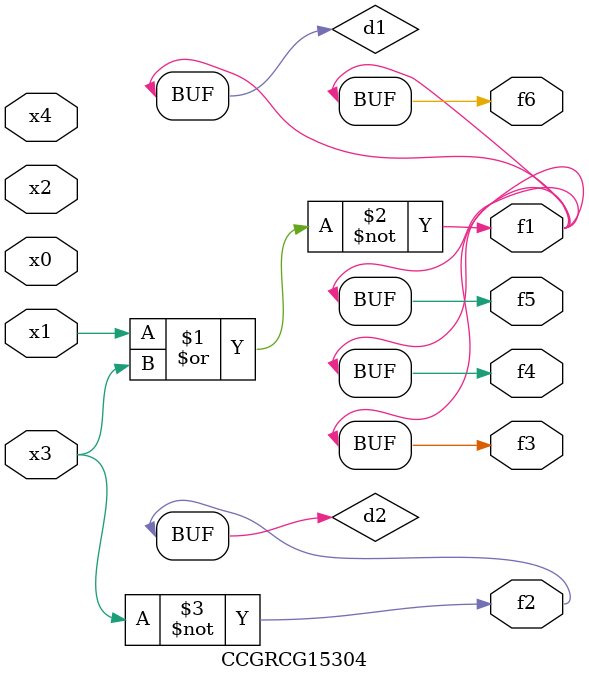
<source format=v>
module CCGRCG15304(
	input x0, x1, x2, x3, x4,
	output f1, f2, f3, f4, f5, f6
);

	wire d1, d2;

	nor (d1, x1, x3);
	not (d2, x3);
	assign f1 = d1;
	assign f2 = d2;
	assign f3 = d1;
	assign f4 = d1;
	assign f5 = d1;
	assign f6 = d1;
endmodule

</source>
